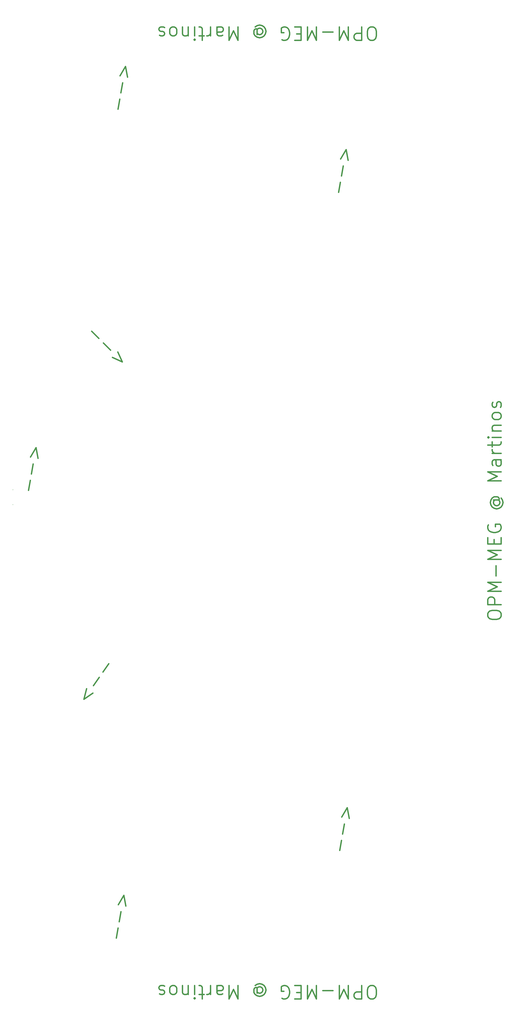
<source format=gbr>
%TF.GenerationSoftware,KiCad,Pcbnew,7.0.1-3b83917a11~172~ubuntu22.04.1*%
%TF.CreationDate,2023-12-10T13:46:59-05:00*%
%TF.ProjectId,coil_template_first,636f696c-5f74-4656-9d70-6c6174655f66,rev?*%
%TF.SameCoordinates,Original*%
%TF.FileFunction,Legend,Top*%
%TF.FilePolarity,Positive*%
%FSLAX46Y46*%
G04 Gerber Fmt 4.6, Leading zero omitted, Abs format (unit mm)*
G04 Created by KiCad (PCBNEW 7.0.1-3b83917a11~172~ubuntu22.04.1) date 2023-12-10 13:46:59*
%MOMM*%
%LPD*%
G01*
G04 APERTURE LIST*
%ADD10C,2.000000*%
%ADD11C,0.150000*%
G04 APERTURE END LIST*
D10*
X157835162Y-1391684634D02*
X160481230Y-1376678040D01*
X162135022Y-1367298918D02*
X164781089Y-1352292324D01*
X160807409Y-1341920927D02*
X169080949Y-1327906608D01*
X169080949Y-1327906608D02*
X172062354Y-1343905478D01*
X541428571Y-52447619D02*
X537619047Y-52447619D01*
X537619047Y-52447619D02*
X535714285Y-51495238D01*
X535714285Y-51495238D02*
X533809523Y-49590476D01*
X533809523Y-49590476D02*
X532857142Y-45780952D01*
X532857142Y-45780952D02*
X532857142Y-39114285D01*
X532857142Y-39114285D02*
X533809523Y-35304761D01*
X533809523Y-35304761D02*
X535714285Y-33400000D01*
X535714285Y-33400000D02*
X537619047Y-32447619D01*
X537619047Y-32447619D02*
X541428571Y-32447619D01*
X541428571Y-32447619D02*
X543333333Y-33400000D01*
X543333333Y-33400000D02*
X545238095Y-35304761D01*
X545238095Y-35304761D02*
X546190476Y-39114285D01*
X546190476Y-39114285D02*
X546190476Y-45780952D01*
X546190476Y-45780952D02*
X545238095Y-49590476D01*
X545238095Y-49590476D02*
X543333333Y-51495238D01*
X543333333Y-51495238D02*
X541428571Y-52447619D01*
X524285714Y-32447619D02*
X524285714Y-52447619D01*
X524285714Y-52447619D02*
X516666666Y-52447619D01*
X516666666Y-52447619D02*
X514761904Y-51495238D01*
X514761904Y-51495238D02*
X513809523Y-50542857D01*
X513809523Y-50542857D02*
X512857142Y-48638095D01*
X512857142Y-48638095D02*
X512857142Y-45780952D01*
X512857142Y-45780952D02*
X513809523Y-43876190D01*
X513809523Y-43876190D02*
X514761904Y-42923809D01*
X514761904Y-42923809D02*
X516666666Y-41971428D01*
X516666666Y-41971428D02*
X524285714Y-41971428D01*
X504285714Y-32447619D02*
X504285714Y-52447619D01*
X504285714Y-52447619D02*
X497619047Y-38161904D01*
X497619047Y-38161904D02*
X490952380Y-52447619D01*
X490952380Y-52447619D02*
X490952380Y-32447619D01*
X481428571Y-40066666D02*
X466190476Y-40066666D01*
X456666666Y-32447619D02*
X456666666Y-52447619D01*
X456666666Y-52447619D02*
X449999999Y-38161904D01*
X449999999Y-38161904D02*
X443333332Y-52447619D01*
X443333332Y-52447619D02*
X443333332Y-32447619D01*
X433809523Y-42923809D02*
X427142856Y-42923809D01*
X424285713Y-32447619D02*
X433809523Y-32447619D01*
X433809523Y-32447619D02*
X433809523Y-52447619D01*
X433809523Y-52447619D02*
X424285713Y-52447619D01*
X405238094Y-51495238D02*
X407142856Y-52447619D01*
X407142856Y-52447619D02*
X409999999Y-52447619D01*
X409999999Y-52447619D02*
X412857142Y-51495238D01*
X412857142Y-51495238D02*
X414761904Y-49590476D01*
X414761904Y-49590476D02*
X415714285Y-47685714D01*
X415714285Y-47685714D02*
X416666666Y-43876190D01*
X416666666Y-43876190D02*
X416666666Y-41019047D01*
X416666666Y-41019047D02*
X415714285Y-37209523D01*
X415714285Y-37209523D02*
X414761904Y-35304761D01*
X414761904Y-35304761D02*
X412857142Y-33400000D01*
X412857142Y-33400000D02*
X409999999Y-32447619D01*
X409999999Y-32447619D02*
X408095237Y-32447619D01*
X408095237Y-32447619D02*
X405238094Y-33400000D01*
X405238094Y-33400000D02*
X404285713Y-34352380D01*
X404285713Y-34352380D02*
X404285713Y-41019047D01*
X404285713Y-41019047D02*
X408095237Y-41019047D01*
X368095237Y-41971428D02*
X369047618Y-42923809D01*
X369047618Y-42923809D02*
X370952380Y-43876190D01*
X370952380Y-43876190D02*
X372857142Y-43876190D01*
X372857142Y-43876190D02*
X374761904Y-42923809D01*
X374761904Y-42923809D02*
X375714285Y-41971428D01*
X375714285Y-41971428D02*
X376666666Y-40066666D01*
X376666666Y-40066666D02*
X376666666Y-38161904D01*
X376666666Y-38161904D02*
X375714285Y-36257142D01*
X375714285Y-36257142D02*
X374761904Y-35304761D01*
X374761904Y-35304761D02*
X372857142Y-34352380D01*
X372857142Y-34352380D02*
X370952380Y-34352380D01*
X370952380Y-34352380D02*
X369047618Y-35304761D01*
X369047618Y-35304761D02*
X368095237Y-36257142D01*
X368095237Y-43876190D02*
X368095237Y-36257142D01*
X368095237Y-36257142D02*
X367142856Y-35304761D01*
X367142856Y-35304761D02*
X366190475Y-35304761D01*
X366190475Y-35304761D02*
X364285714Y-36257142D01*
X364285714Y-36257142D02*
X363333333Y-38161904D01*
X363333333Y-38161904D02*
X363333333Y-42923809D01*
X363333333Y-42923809D02*
X365238095Y-45780952D01*
X365238095Y-45780952D02*
X368095237Y-47685714D01*
X368095237Y-47685714D02*
X371904761Y-48638095D01*
X371904761Y-48638095D02*
X375714285Y-47685714D01*
X375714285Y-47685714D02*
X378571428Y-45780952D01*
X378571428Y-45780952D02*
X380476190Y-42923809D01*
X380476190Y-42923809D02*
X381428571Y-39114285D01*
X381428571Y-39114285D02*
X380476190Y-35304761D01*
X380476190Y-35304761D02*
X378571428Y-32447619D01*
X378571428Y-32447619D02*
X375714285Y-30542857D01*
X375714285Y-30542857D02*
X371904761Y-29590476D01*
X371904761Y-29590476D02*
X368095237Y-30542857D01*
X368095237Y-30542857D02*
X365238095Y-32447619D01*
X339523809Y-32447619D02*
X339523809Y-52447619D01*
X339523809Y-52447619D02*
X332857142Y-38161904D01*
X332857142Y-38161904D02*
X326190475Y-52447619D01*
X326190475Y-52447619D02*
X326190475Y-32447619D01*
X308095237Y-32447619D02*
X308095237Y-42923809D01*
X308095237Y-42923809D02*
X309047618Y-44828571D01*
X309047618Y-44828571D02*
X310952380Y-45780952D01*
X310952380Y-45780952D02*
X314761904Y-45780952D01*
X314761904Y-45780952D02*
X316666666Y-44828571D01*
X308095237Y-33400000D02*
X309999999Y-32447619D01*
X309999999Y-32447619D02*
X314761904Y-32447619D01*
X314761904Y-32447619D02*
X316666666Y-33400000D01*
X316666666Y-33400000D02*
X317619047Y-35304761D01*
X317619047Y-35304761D02*
X317619047Y-37209523D01*
X317619047Y-37209523D02*
X316666666Y-39114285D01*
X316666666Y-39114285D02*
X314761904Y-40066666D01*
X314761904Y-40066666D02*
X309999999Y-40066666D01*
X309999999Y-40066666D02*
X308095237Y-41019047D01*
X298571428Y-32447619D02*
X298571428Y-45780952D01*
X298571428Y-41971428D02*
X297619047Y-43876190D01*
X297619047Y-43876190D02*
X296666666Y-44828571D01*
X296666666Y-44828571D02*
X294761904Y-45780952D01*
X294761904Y-45780952D02*
X292857142Y-45780952D01*
X289047619Y-45780952D02*
X281428571Y-45780952D01*
X286190476Y-52447619D02*
X286190476Y-35304761D01*
X286190476Y-35304761D02*
X285238095Y-33400000D01*
X285238095Y-33400000D02*
X283333333Y-32447619D01*
X283333333Y-32447619D02*
X281428571Y-32447619D01*
X274761905Y-32447619D02*
X274761905Y-45780952D01*
X274761905Y-52447619D02*
X275714286Y-51495238D01*
X275714286Y-51495238D02*
X274761905Y-50542857D01*
X274761905Y-50542857D02*
X273809524Y-51495238D01*
X273809524Y-51495238D02*
X274761905Y-52447619D01*
X274761905Y-52447619D02*
X274761905Y-50542857D01*
X265238095Y-45780952D02*
X265238095Y-32447619D01*
X265238095Y-43876190D02*
X264285714Y-44828571D01*
X264285714Y-44828571D02*
X262380952Y-45780952D01*
X262380952Y-45780952D02*
X259523809Y-45780952D01*
X259523809Y-45780952D02*
X257619047Y-44828571D01*
X257619047Y-44828571D02*
X256666666Y-42923809D01*
X256666666Y-42923809D02*
X256666666Y-32447619D01*
X244285714Y-32447619D02*
X246190476Y-33400000D01*
X246190476Y-33400000D02*
X247142857Y-34352380D01*
X247142857Y-34352380D02*
X248095238Y-36257142D01*
X248095238Y-36257142D02*
X248095238Y-41971428D01*
X248095238Y-41971428D02*
X247142857Y-43876190D01*
X247142857Y-43876190D02*
X246190476Y-44828571D01*
X246190476Y-44828571D02*
X244285714Y-45780952D01*
X244285714Y-45780952D02*
X241428571Y-45780952D01*
X241428571Y-45780952D02*
X239523809Y-44828571D01*
X239523809Y-44828571D02*
X238571428Y-43876190D01*
X238571428Y-43876190D02*
X237619047Y-41971428D01*
X237619047Y-41971428D02*
X237619047Y-36257142D01*
X237619047Y-36257142D02*
X238571428Y-34352380D01*
X238571428Y-34352380D02*
X239523809Y-33400000D01*
X239523809Y-33400000D02*
X241428571Y-32447619D01*
X241428571Y-32447619D02*
X244285714Y-32447619D01*
X230000000Y-33400000D02*
X228095238Y-32447619D01*
X228095238Y-32447619D02*
X224285714Y-32447619D01*
X224285714Y-32447619D02*
X222380952Y-33400000D01*
X222380952Y-33400000D02*
X221428571Y-35304761D01*
X221428571Y-35304761D02*
X221428571Y-36257142D01*
X221428571Y-36257142D02*
X222380952Y-38161904D01*
X222380952Y-38161904D02*
X224285714Y-39114285D01*
X224285714Y-39114285D02*
X227142857Y-39114285D01*
X227142857Y-39114285D02*
X229047619Y-40066666D01*
X229047619Y-40066666D02*
X230000000Y-41971428D01*
X230000000Y-41971428D02*
X230000000Y-42923809D01*
X230000000Y-42923809D02*
X229047619Y-44828571D01*
X229047619Y-44828571D02*
X227142857Y-45780952D01*
X227142857Y-45780952D02*
X224285714Y-45780952D01*
X224285714Y-45780952D02*
X222380952Y-44828571D01*
X146573589Y-982351017D02*
X137833376Y-994833334D01*
X132370743Y-1002634782D02*
X123630531Y-1015117099D01*
X122848767Y-1026196127D02*
X109427686Y-1035400864D01*
X109427686Y-1035400864D02*
X113487029Y-1019640968D01*
X489807857Y-279240782D02*
X492453925Y-264234188D01*
X494107717Y-254855066D02*
X496753784Y-239848472D01*
X492780104Y-229477075D02*
X501053644Y-215462756D01*
X501053644Y-215462756D02*
X504035049Y-231461626D01*
X491484486Y-1260907512D02*
X494130554Y-1245900918D01*
X495784346Y-1236521796D02*
X498430413Y-1221515202D01*
X494456733Y-1211143805D02*
X502730273Y-1197129486D01*
X502730273Y-1197129486D02*
X505711678Y-1213128356D01*
X160350107Y-155170179D02*
X162996175Y-140163585D01*
X164649967Y-130784463D02*
X167296034Y-115777869D01*
X163322354Y-105406472D02*
X171595894Y-91392153D01*
X171595894Y-91392153D02*
X174577299Y-107391023D01*
X26721703Y-723813200D02*
X29367771Y-708806606D01*
X31021563Y-699427484D02*
X33667630Y-684420890D01*
X29693950Y-674049493D02*
X37967490Y-660035174D01*
X37967490Y-660035174D02*
X40948895Y-676034044D01*
X121015557Y-486357405D02*
X131790517Y-497132366D01*
X138524868Y-503866716D02*
X149299828Y-514641677D01*
X160074789Y-517335417D02*
X166809139Y-532150988D01*
X166809139Y-532150988D02*
X151993569Y-525416637D01*
X712552380Y-911428571D02*
X712552380Y-907619047D01*
X712552380Y-907619047D02*
X713504761Y-905714285D01*
X713504761Y-905714285D02*
X715409523Y-903809523D01*
X715409523Y-903809523D02*
X719219047Y-902857142D01*
X719219047Y-902857142D02*
X725885714Y-902857142D01*
X725885714Y-902857142D02*
X729695238Y-903809523D01*
X729695238Y-903809523D02*
X731600000Y-905714285D01*
X731600000Y-905714285D02*
X732552380Y-907619047D01*
X732552380Y-907619047D02*
X732552380Y-911428571D01*
X732552380Y-911428571D02*
X731600000Y-913333333D01*
X731600000Y-913333333D02*
X729695238Y-915238095D01*
X729695238Y-915238095D02*
X725885714Y-916190476D01*
X725885714Y-916190476D02*
X719219047Y-916190476D01*
X719219047Y-916190476D02*
X715409523Y-915238095D01*
X715409523Y-915238095D02*
X713504761Y-913333333D01*
X713504761Y-913333333D02*
X712552380Y-911428571D01*
X732552380Y-894285714D02*
X712552380Y-894285714D01*
X712552380Y-894285714D02*
X712552380Y-886666666D01*
X712552380Y-886666666D02*
X713504761Y-884761904D01*
X713504761Y-884761904D02*
X714457142Y-883809523D01*
X714457142Y-883809523D02*
X716361904Y-882857142D01*
X716361904Y-882857142D02*
X719219047Y-882857142D01*
X719219047Y-882857142D02*
X721123809Y-883809523D01*
X721123809Y-883809523D02*
X722076190Y-884761904D01*
X722076190Y-884761904D02*
X723028571Y-886666666D01*
X723028571Y-886666666D02*
X723028571Y-894285714D01*
X732552380Y-874285714D02*
X712552380Y-874285714D01*
X712552380Y-874285714D02*
X726838095Y-867619047D01*
X726838095Y-867619047D02*
X712552380Y-860952380D01*
X712552380Y-860952380D02*
X732552380Y-860952380D01*
X724933333Y-851428571D02*
X724933333Y-836190476D01*
X732552380Y-826666666D02*
X712552380Y-826666666D01*
X712552380Y-826666666D02*
X726838095Y-819999999D01*
X726838095Y-819999999D02*
X712552380Y-813333332D01*
X712552380Y-813333332D02*
X732552380Y-813333332D01*
X722076190Y-803809523D02*
X722076190Y-797142856D01*
X732552380Y-794285713D02*
X732552380Y-803809523D01*
X732552380Y-803809523D02*
X712552380Y-803809523D01*
X712552380Y-803809523D02*
X712552380Y-794285713D01*
X713504761Y-775238094D02*
X712552380Y-777142856D01*
X712552380Y-777142856D02*
X712552380Y-779999999D01*
X712552380Y-779999999D02*
X713504761Y-782857142D01*
X713504761Y-782857142D02*
X715409523Y-784761904D01*
X715409523Y-784761904D02*
X717314285Y-785714285D01*
X717314285Y-785714285D02*
X721123809Y-786666666D01*
X721123809Y-786666666D02*
X723980952Y-786666666D01*
X723980952Y-786666666D02*
X727790476Y-785714285D01*
X727790476Y-785714285D02*
X729695238Y-784761904D01*
X729695238Y-784761904D02*
X731600000Y-782857142D01*
X731600000Y-782857142D02*
X732552380Y-779999999D01*
X732552380Y-779999999D02*
X732552380Y-778095237D01*
X732552380Y-778095237D02*
X731600000Y-775238094D01*
X731600000Y-775238094D02*
X730647619Y-774285713D01*
X730647619Y-774285713D02*
X723980952Y-774285713D01*
X723980952Y-774285713D02*
X723980952Y-778095237D01*
X723028571Y-738095237D02*
X722076190Y-739047618D01*
X722076190Y-739047618D02*
X721123809Y-740952380D01*
X721123809Y-740952380D02*
X721123809Y-742857142D01*
X721123809Y-742857142D02*
X722076190Y-744761904D01*
X722076190Y-744761904D02*
X723028571Y-745714285D01*
X723028571Y-745714285D02*
X724933333Y-746666666D01*
X724933333Y-746666666D02*
X726838095Y-746666666D01*
X726838095Y-746666666D02*
X728742857Y-745714285D01*
X728742857Y-745714285D02*
X729695238Y-744761904D01*
X729695238Y-744761904D02*
X730647619Y-742857142D01*
X730647619Y-742857142D02*
X730647619Y-740952380D01*
X730647619Y-740952380D02*
X729695238Y-739047618D01*
X729695238Y-739047618D02*
X728742857Y-738095237D01*
X721123809Y-738095237D02*
X728742857Y-738095237D01*
X728742857Y-738095237D02*
X729695238Y-737142856D01*
X729695238Y-737142856D02*
X729695238Y-736190475D01*
X729695238Y-736190475D02*
X728742857Y-734285714D01*
X728742857Y-734285714D02*
X726838095Y-733333333D01*
X726838095Y-733333333D02*
X722076190Y-733333333D01*
X722076190Y-733333333D02*
X719219047Y-735238095D01*
X719219047Y-735238095D02*
X717314285Y-738095237D01*
X717314285Y-738095237D02*
X716361904Y-741904761D01*
X716361904Y-741904761D02*
X717314285Y-745714285D01*
X717314285Y-745714285D02*
X719219047Y-748571428D01*
X719219047Y-748571428D02*
X722076190Y-750476190D01*
X722076190Y-750476190D02*
X725885714Y-751428571D01*
X725885714Y-751428571D02*
X729695238Y-750476190D01*
X729695238Y-750476190D02*
X732552380Y-748571428D01*
X732552380Y-748571428D02*
X734457142Y-745714285D01*
X734457142Y-745714285D02*
X735409523Y-741904761D01*
X735409523Y-741904761D02*
X734457142Y-738095237D01*
X734457142Y-738095237D02*
X732552380Y-735238095D01*
X732552380Y-709523809D02*
X712552380Y-709523809D01*
X712552380Y-709523809D02*
X726838095Y-702857142D01*
X726838095Y-702857142D02*
X712552380Y-696190475D01*
X712552380Y-696190475D02*
X732552380Y-696190475D01*
X732552380Y-678095237D02*
X722076190Y-678095237D01*
X722076190Y-678095237D02*
X720171428Y-679047618D01*
X720171428Y-679047618D02*
X719219047Y-680952380D01*
X719219047Y-680952380D02*
X719219047Y-684761904D01*
X719219047Y-684761904D02*
X720171428Y-686666666D01*
X731600000Y-678095237D02*
X732552380Y-679999999D01*
X732552380Y-679999999D02*
X732552380Y-684761904D01*
X732552380Y-684761904D02*
X731600000Y-686666666D01*
X731600000Y-686666666D02*
X729695238Y-687619047D01*
X729695238Y-687619047D02*
X727790476Y-687619047D01*
X727790476Y-687619047D02*
X725885714Y-686666666D01*
X725885714Y-686666666D02*
X724933333Y-684761904D01*
X724933333Y-684761904D02*
X724933333Y-679999999D01*
X724933333Y-679999999D02*
X723980952Y-678095237D01*
X732552380Y-668571428D02*
X719219047Y-668571428D01*
X723028571Y-668571428D02*
X721123809Y-667619047D01*
X721123809Y-667619047D02*
X720171428Y-666666666D01*
X720171428Y-666666666D02*
X719219047Y-664761904D01*
X719219047Y-664761904D02*
X719219047Y-662857142D01*
X719219047Y-659047619D02*
X719219047Y-651428571D01*
X712552380Y-656190476D02*
X729695238Y-656190476D01*
X729695238Y-656190476D02*
X731600000Y-655238095D01*
X731600000Y-655238095D02*
X732552380Y-653333333D01*
X732552380Y-653333333D02*
X732552380Y-651428571D01*
X732552380Y-644761905D02*
X719219047Y-644761905D01*
X712552380Y-644761905D02*
X713504761Y-645714286D01*
X713504761Y-645714286D02*
X714457142Y-644761905D01*
X714457142Y-644761905D02*
X713504761Y-643809524D01*
X713504761Y-643809524D02*
X712552380Y-644761905D01*
X712552380Y-644761905D02*
X714457142Y-644761905D01*
X719219047Y-635238095D02*
X732552380Y-635238095D01*
X721123809Y-635238095D02*
X720171428Y-634285714D01*
X720171428Y-634285714D02*
X719219047Y-632380952D01*
X719219047Y-632380952D02*
X719219047Y-629523809D01*
X719219047Y-629523809D02*
X720171428Y-627619047D01*
X720171428Y-627619047D02*
X722076190Y-626666666D01*
X722076190Y-626666666D02*
X732552380Y-626666666D01*
X732552380Y-614285714D02*
X731600000Y-616190476D01*
X731600000Y-616190476D02*
X730647619Y-617142857D01*
X730647619Y-617142857D02*
X728742857Y-618095238D01*
X728742857Y-618095238D02*
X723028571Y-618095238D01*
X723028571Y-618095238D02*
X721123809Y-617142857D01*
X721123809Y-617142857D02*
X720171428Y-616190476D01*
X720171428Y-616190476D02*
X719219047Y-614285714D01*
X719219047Y-614285714D02*
X719219047Y-611428571D01*
X719219047Y-611428571D02*
X720171428Y-609523809D01*
X720171428Y-609523809D02*
X721123809Y-608571428D01*
X721123809Y-608571428D02*
X723028571Y-607619047D01*
X723028571Y-607619047D02*
X728742857Y-607619047D01*
X728742857Y-607619047D02*
X730647619Y-608571428D01*
X730647619Y-608571428D02*
X731600000Y-609523809D01*
X731600000Y-609523809D02*
X732552380Y-611428571D01*
X732552380Y-611428571D02*
X732552380Y-614285714D01*
X731600000Y-600000000D02*
X732552380Y-598095238D01*
X732552380Y-598095238D02*
X732552380Y-594285714D01*
X732552380Y-594285714D02*
X731600000Y-592380952D01*
X731600000Y-592380952D02*
X729695238Y-591428571D01*
X729695238Y-591428571D02*
X728742857Y-591428571D01*
X728742857Y-591428571D02*
X726838095Y-592380952D01*
X726838095Y-592380952D02*
X725885714Y-594285714D01*
X725885714Y-594285714D02*
X725885714Y-597142857D01*
X725885714Y-597142857D02*
X724933333Y-599047619D01*
X724933333Y-599047619D02*
X723028571Y-600000000D01*
X723028571Y-600000000D02*
X722076190Y-600000000D01*
X722076190Y-600000000D02*
X720171428Y-599047619D01*
X720171428Y-599047619D02*
X719219047Y-597142857D01*
X719219047Y-597142857D02*
X719219047Y-594285714D01*
X719219047Y-594285714D02*
X720171428Y-592380952D01*
X541428571Y-1482447619D02*
X537619047Y-1482447619D01*
X537619047Y-1482447619D02*
X535714285Y-1481495238D01*
X535714285Y-1481495238D02*
X533809523Y-1479590476D01*
X533809523Y-1479590476D02*
X532857142Y-1475780952D01*
X532857142Y-1475780952D02*
X532857142Y-1469114285D01*
X532857142Y-1469114285D02*
X533809523Y-1465304761D01*
X533809523Y-1465304761D02*
X535714285Y-1463400000D01*
X535714285Y-1463400000D02*
X537619047Y-1462447619D01*
X537619047Y-1462447619D02*
X541428571Y-1462447619D01*
X541428571Y-1462447619D02*
X543333333Y-1463400000D01*
X543333333Y-1463400000D02*
X545238095Y-1465304761D01*
X545238095Y-1465304761D02*
X546190476Y-1469114285D01*
X546190476Y-1469114285D02*
X546190476Y-1475780952D01*
X546190476Y-1475780952D02*
X545238095Y-1479590476D01*
X545238095Y-1479590476D02*
X543333333Y-1481495238D01*
X543333333Y-1481495238D02*
X541428571Y-1482447619D01*
X524285714Y-1462447619D02*
X524285714Y-1482447619D01*
X524285714Y-1482447619D02*
X516666666Y-1482447619D01*
X516666666Y-1482447619D02*
X514761904Y-1481495238D01*
X514761904Y-1481495238D02*
X513809523Y-1480542857D01*
X513809523Y-1480542857D02*
X512857142Y-1478638095D01*
X512857142Y-1478638095D02*
X512857142Y-1475780952D01*
X512857142Y-1475780952D02*
X513809523Y-1473876190D01*
X513809523Y-1473876190D02*
X514761904Y-1472923809D01*
X514761904Y-1472923809D02*
X516666666Y-1471971428D01*
X516666666Y-1471971428D02*
X524285714Y-1471971428D01*
X504285714Y-1462447619D02*
X504285714Y-1482447619D01*
X504285714Y-1482447619D02*
X497619047Y-1468161904D01*
X497619047Y-1468161904D02*
X490952380Y-1482447619D01*
X490952380Y-1482447619D02*
X490952380Y-1462447619D01*
X481428571Y-1470066666D02*
X466190476Y-1470066666D01*
X456666666Y-1462447619D02*
X456666666Y-1482447619D01*
X456666666Y-1482447619D02*
X449999999Y-1468161904D01*
X449999999Y-1468161904D02*
X443333332Y-1482447619D01*
X443333332Y-1482447619D02*
X443333332Y-1462447619D01*
X433809523Y-1472923809D02*
X427142856Y-1472923809D01*
X424285713Y-1462447619D02*
X433809523Y-1462447619D01*
X433809523Y-1462447619D02*
X433809523Y-1482447619D01*
X433809523Y-1482447619D02*
X424285713Y-1482447619D01*
X405238094Y-1481495238D02*
X407142856Y-1482447619D01*
X407142856Y-1482447619D02*
X409999999Y-1482447619D01*
X409999999Y-1482447619D02*
X412857142Y-1481495238D01*
X412857142Y-1481495238D02*
X414761904Y-1479590476D01*
X414761904Y-1479590476D02*
X415714285Y-1477685714D01*
X415714285Y-1477685714D02*
X416666666Y-1473876190D01*
X416666666Y-1473876190D02*
X416666666Y-1471019047D01*
X416666666Y-1471019047D02*
X415714285Y-1467209523D01*
X415714285Y-1467209523D02*
X414761904Y-1465304761D01*
X414761904Y-1465304761D02*
X412857142Y-1463400000D01*
X412857142Y-1463400000D02*
X409999999Y-1462447619D01*
X409999999Y-1462447619D02*
X408095237Y-1462447619D01*
X408095237Y-1462447619D02*
X405238094Y-1463400000D01*
X405238094Y-1463400000D02*
X404285713Y-1464352380D01*
X404285713Y-1464352380D02*
X404285713Y-1471019047D01*
X404285713Y-1471019047D02*
X408095237Y-1471019047D01*
X368095237Y-1471971428D02*
X369047618Y-1472923809D01*
X369047618Y-1472923809D02*
X370952380Y-1473876190D01*
X370952380Y-1473876190D02*
X372857142Y-1473876190D01*
X372857142Y-1473876190D02*
X374761904Y-1472923809D01*
X374761904Y-1472923809D02*
X375714285Y-1471971428D01*
X375714285Y-1471971428D02*
X376666666Y-1470066666D01*
X376666666Y-1470066666D02*
X376666666Y-1468161904D01*
X376666666Y-1468161904D02*
X375714285Y-1466257142D01*
X375714285Y-1466257142D02*
X374761904Y-1465304761D01*
X374761904Y-1465304761D02*
X372857142Y-1464352380D01*
X372857142Y-1464352380D02*
X370952380Y-1464352380D01*
X370952380Y-1464352380D02*
X369047618Y-1465304761D01*
X369047618Y-1465304761D02*
X368095237Y-1466257142D01*
X368095237Y-1473876190D02*
X368095237Y-1466257142D01*
X368095237Y-1466257142D02*
X367142856Y-1465304761D01*
X367142856Y-1465304761D02*
X366190475Y-1465304761D01*
X366190475Y-1465304761D02*
X364285714Y-1466257142D01*
X364285714Y-1466257142D02*
X363333333Y-1468161904D01*
X363333333Y-1468161904D02*
X363333333Y-1472923809D01*
X363333333Y-1472923809D02*
X365238095Y-1475780952D01*
X365238095Y-1475780952D02*
X368095237Y-1477685714D01*
X368095237Y-1477685714D02*
X371904761Y-1478638095D01*
X371904761Y-1478638095D02*
X375714285Y-1477685714D01*
X375714285Y-1477685714D02*
X378571428Y-1475780952D01*
X378571428Y-1475780952D02*
X380476190Y-1472923809D01*
X380476190Y-1472923809D02*
X381428571Y-1469114285D01*
X381428571Y-1469114285D02*
X380476190Y-1465304761D01*
X380476190Y-1465304761D02*
X378571428Y-1462447619D01*
X378571428Y-1462447619D02*
X375714285Y-1460542857D01*
X375714285Y-1460542857D02*
X371904761Y-1459590476D01*
X371904761Y-1459590476D02*
X368095237Y-1460542857D01*
X368095237Y-1460542857D02*
X365238095Y-1462447619D01*
X339523809Y-1462447619D02*
X339523809Y-1482447619D01*
X339523809Y-1482447619D02*
X332857142Y-1468161904D01*
X332857142Y-1468161904D02*
X326190475Y-1482447619D01*
X326190475Y-1482447619D02*
X326190475Y-1462447619D01*
X308095237Y-1462447619D02*
X308095237Y-1472923809D01*
X308095237Y-1472923809D02*
X309047618Y-1474828571D01*
X309047618Y-1474828571D02*
X310952380Y-1475780952D01*
X310952380Y-1475780952D02*
X314761904Y-1475780952D01*
X314761904Y-1475780952D02*
X316666666Y-1474828571D01*
X308095237Y-1463400000D02*
X309999999Y-1462447619D01*
X309999999Y-1462447619D02*
X314761904Y-1462447619D01*
X314761904Y-1462447619D02*
X316666666Y-1463400000D01*
X316666666Y-1463400000D02*
X317619047Y-1465304761D01*
X317619047Y-1465304761D02*
X317619047Y-1467209523D01*
X317619047Y-1467209523D02*
X316666666Y-1469114285D01*
X316666666Y-1469114285D02*
X314761904Y-1470066666D01*
X314761904Y-1470066666D02*
X309999999Y-1470066666D01*
X309999999Y-1470066666D02*
X308095237Y-1471019047D01*
X298571428Y-1462447619D02*
X298571428Y-1475780952D01*
X298571428Y-1471971428D02*
X297619047Y-1473876190D01*
X297619047Y-1473876190D02*
X296666666Y-1474828571D01*
X296666666Y-1474828571D02*
X294761904Y-1475780952D01*
X294761904Y-1475780952D02*
X292857142Y-1475780952D01*
X289047619Y-1475780952D02*
X281428571Y-1475780952D01*
X286190476Y-1482447619D02*
X286190476Y-1465304761D01*
X286190476Y-1465304761D02*
X285238095Y-1463400000D01*
X285238095Y-1463400000D02*
X283333333Y-1462447619D01*
X283333333Y-1462447619D02*
X281428571Y-1462447619D01*
X274761905Y-1462447619D02*
X274761905Y-1475780952D01*
X274761905Y-1482447619D02*
X275714286Y-1481495238D01*
X275714286Y-1481495238D02*
X274761905Y-1480542857D01*
X274761905Y-1480542857D02*
X273809524Y-1481495238D01*
X273809524Y-1481495238D02*
X274761905Y-1482447619D01*
X274761905Y-1482447619D02*
X274761905Y-1480542857D01*
X265238095Y-1475780952D02*
X265238095Y-1462447619D01*
X265238095Y-1473876190D02*
X264285714Y-1474828571D01*
X264285714Y-1474828571D02*
X262380952Y-1475780952D01*
X262380952Y-1475780952D02*
X259523809Y-1475780952D01*
X259523809Y-1475780952D02*
X257619047Y-1474828571D01*
X257619047Y-1474828571D02*
X256666666Y-1472923809D01*
X256666666Y-1472923809D02*
X256666666Y-1462447619D01*
X244285714Y-1462447619D02*
X246190476Y-1463400000D01*
X246190476Y-1463400000D02*
X247142857Y-1464352380D01*
X247142857Y-1464352380D02*
X248095238Y-1466257142D01*
X248095238Y-1466257142D02*
X248095238Y-1471971428D01*
X248095238Y-1471971428D02*
X247142857Y-1473876190D01*
X247142857Y-1473876190D02*
X246190476Y-1474828571D01*
X246190476Y-1474828571D02*
X244285714Y-1475780952D01*
X244285714Y-1475780952D02*
X241428571Y-1475780952D01*
X241428571Y-1475780952D02*
X239523809Y-1474828571D01*
X239523809Y-1474828571D02*
X238571428Y-1473876190D01*
X238571428Y-1473876190D02*
X237619047Y-1471971428D01*
X237619047Y-1471971428D02*
X237619047Y-1466257142D01*
X237619047Y-1466257142D02*
X238571428Y-1464352380D01*
X238571428Y-1464352380D02*
X239523809Y-1463400000D01*
X239523809Y-1463400000D02*
X241428571Y-1462447619D01*
X241428571Y-1462447619D02*
X244285714Y-1462447619D01*
X230000000Y-1463400000D02*
X228095238Y-1462447619D01*
X228095238Y-1462447619D02*
X224285714Y-1462447619D01*
X224285714Y-1462447619D02*
X222380952Y-1463400000D01*
X222380952Y-1463400000D02*
X221428571Y-1465304761D01*
X221428571Y-1465304761D02*
X221428571Y-1466257142D01*
X221428571Y-1466257142D02*
X222380952Y-1468161904D01*
X222380952Y-1468161904D02*
X224285714Y-1469114285D01*
X224285714Y-1469114285D02*
X227142857Y-1469114285D01*
X227142857Y-1469114285D02*
X229047619Y-1470066666D01*
X229047619Y-1470066666D02*
X230000000Y-1471971428D01*
X230000000Y-1471971428D02*
X230000000Y-1472923809D01*
X230000000Y-1472923809D02*
X229047619Y-1474828571D01*
X229047619Y-1474828571D02*
X227142857Y-1475780952D01*
X227142857Y-1475780952D02*
X224285714Y-1475780952D01*
X224285714Y-1475780952D02*
X222380952Y-1474828571D01*
D11*
%TO.C,J2*%
X2916666Y-722278375D02*
X2916666Y-722992660D01*
X2916666Y-722992660D02*
X2869047Y-723135517D01*
X2869047Y-723135517D02*
X2773809Y-723230756D01*
X2773809Y-723230756D02*
X2630952Y-723278375D01*
X2630952Y-723278375D02*
X2535714Y-723278375D01*
X3345238Y-722373613D02*
X3392857Y-722325994D01*
X3392857Y-722325994D02*
X3488095Y-722278375D01*
X3488095Y-722278375D02*
X3726190Y-722278375D01*
X3726190Y-722278375D02*
X3821428Y-722325994D01*
X3821428Y-722325994D02*
X3869047Y-722373613D01*
X3869047Y-722373613D02*
X3916666Y-722468851D01*
X3916666Y-722468851D02*
X3916666Y-722564089D01*
X3916666Y-722564089D02*
X3869047Y-722706946D01*
X3869047Y-722706946D02*
X3297619Y-723278375D01*
X3297619Y-723278375D02*
X3916666Y-723278375D01*
%TO.C,J1*%
X2916666Y-744442102D02*
X2916666Y-745156387D01*
X2916666Y-745156387D02*
X2869047Y-745299244D01*
X2869047Y-745299244D02*
X2773809Y-745394483D01*
X2773809Y-745394483D02*
X2630952Y-745442102D01*
X2630952Y-745442102D02*
X2535714Y-745442102D01*
X3916666Y-745442102D02*
X3345238Y-745442102D01*
X3630952Y-745442102D02*
X3630952Y-744442102D01*
X3630952Y-744442102D02*
X3535714Y-744584959D01*
X3535714Y-744584959D02*
X3440476Y-744680197D01*
X3440476Y-744680197D02*
X3345238Y-744727816D01*
%TD*%
M02*

</source>
